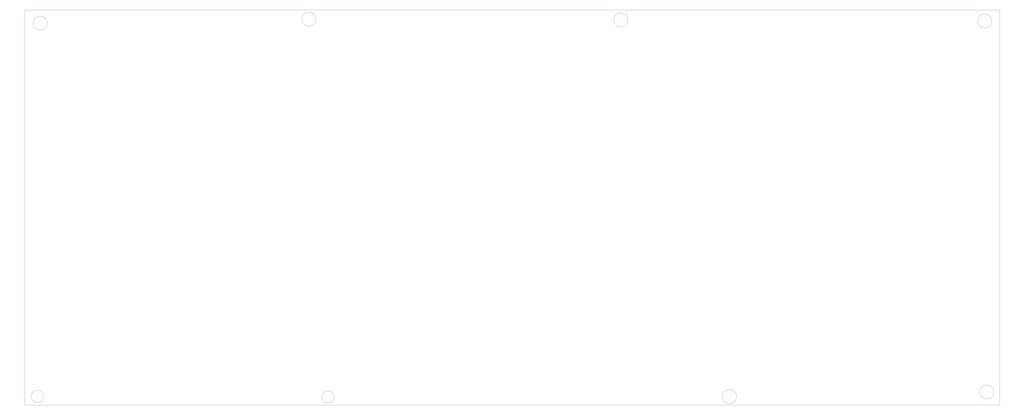
<source format=gbr>
%TF.GenerationSoftware,KiCad,Pcbnew,(6.0.4)*%
%TF.CreationDate,2023-03-10T15:04:03-05:00*%
%TF.ProjectId,main_board,6d61696e-5f62-46f6-9172-642e6b696361,v01*%
%TF.SameCoordinates,Original*%
%TF.FileFunction,Profile,NP*%
%FSLAX46Y46*%
G04 Gerber Fmt 4.6, Leading zero omitted, Abs format (unit mm)*
G04 Created by KiCad (PCBNEW (6.0.4)) date 2023-03-10 15:04:03*
%MOMM*%
%LPD*%
G01*
G04 APERTURE LIST*
%TA.AperFunction,Profile*%
%ADD10C,0.100000*%
%TD*%
G04 APERTURE END LIST*
D10*
X465622440Y-189484000D02*
G75*
G03*
X465622440Y-189484000I-3088440J0D01*
G01*
X327954440Y-189230000D02*
G75*
G03*
X327954440Y-189230000I-3088440J0D01*
G01*
X209336440Y-191008000D02*
G75*
G03*
X209336440Y-191008000I-3088440J0D01*
G01*
X626150440Y-189992000D02*
G75*
G03*
X626150440Y-189992000I-3088440J0D01*
G01*
X207690645Y-356038000D02*
G75*
G03*
X207690645Y-356038000I-2704145J0D01*
G01*
X335953548Y-356292000D02*
G75*
G03*
X335953548Y-356292000I-2697048J0D01*
G01*
X199320500Y-185124000D02*
X629670500Y-185124000D01*
X629670500Y-185124000D02*
X629670500Y-359788000D01*
X629670500Y-359788000D02*
X199320500Y-359788000D01*
X199320500Y-359788000D02*
X199320500Y-185124000D01*
X627165095Y-354006000D02*
G75*
G03*
X627165095Y-354006000I-3088440J0D01*
G01*
X513526860Y-356078000D02*
G75*
G03*
X513526860Y-356078000I-3116360J0D01*
G01*
M02*

</source>
